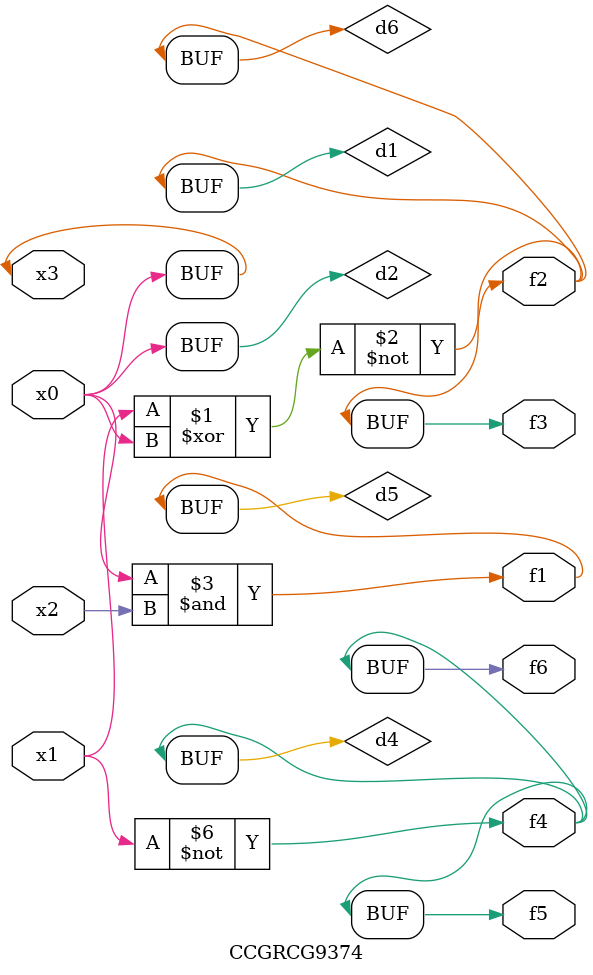
<source format=v>
module CCGRCG9374(
	input x0, x1, x2, x3,
	output f1, f2, f3, f4, f5, f6
);

	wire d1, d2, d3, d4, d5, d6;

	xnor (d1, x1, x3);
	buf (d2, x0, x3);
	nand (d3, x0, x2);
	not (d4, x1);
	nand (d5, d3);
	or (d6, d1);
	assign f1 = d5;
	assign f2 = d6;
	assign f3 = d6;
	assign f4 = d4;
	assign f5 = d4;
	assign f6 = d4;
endmodule

</source>
